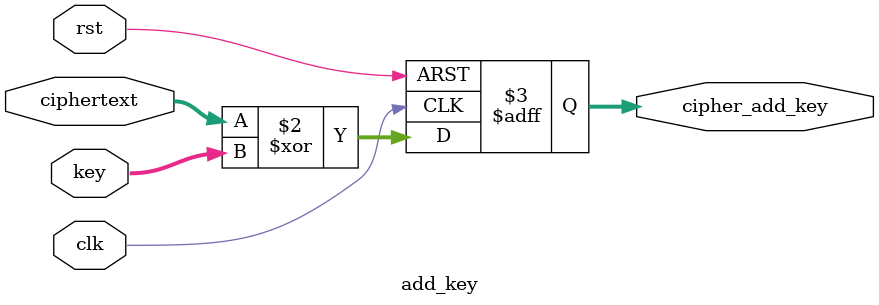
<source format=v>
module add_key (input clk,
                input rst,
                input [127:0] key,
                input [127:0] ciphertext,
                output reg [127:0] cipher_add_key);
    always @(posedge clk or posedge rst) begin
        if (rst) begin
            cipher_add_key <= 0;
        end
        else begin
            cipher_add_key <= ciphertext ^ key;
        end
    end
endmodule

</source>
